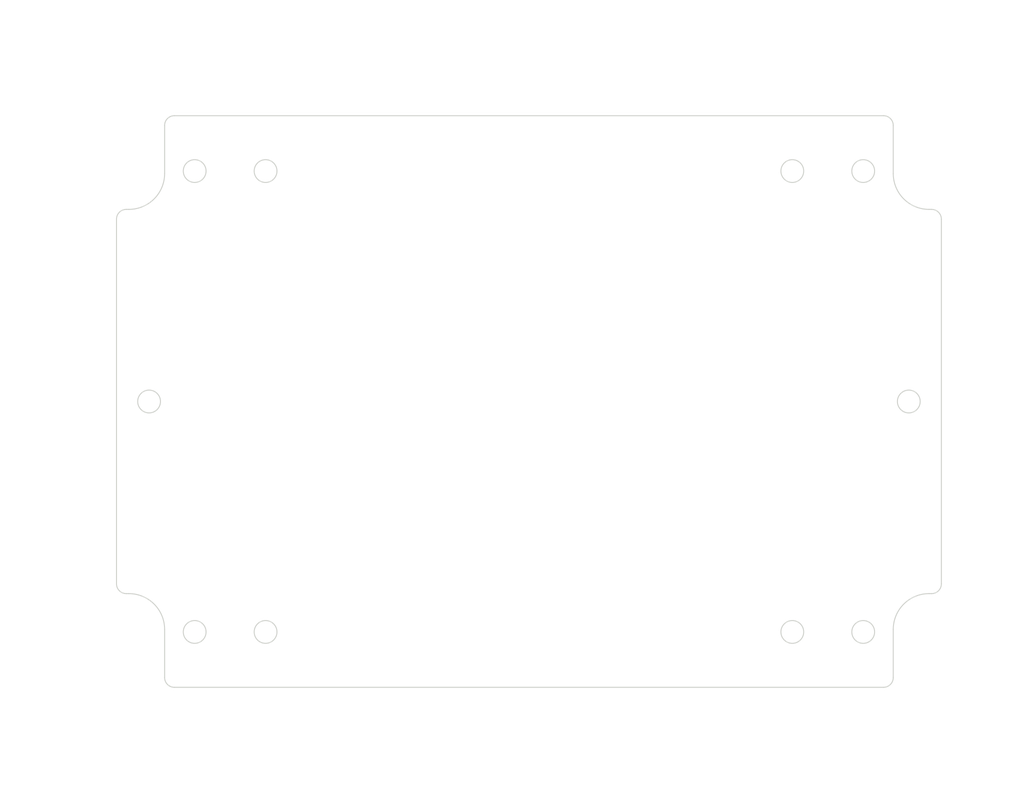
<source format=kicad_pcb>
(kicad_pcb (version 20171130) (host pcbnew "(5.1.0)-1")

  (general
    (thickness 1.6)
    (drawings 102)
    (tracks 0)
    (zones 0)
    (modules 0)
    (nets 1)
  )

  (page A3)
  (layers
    (0 F.Cu signal)
    (31 B.Cu signal)
    (32 B.Adhes user)
    (33 F.Adhes user)
    (34 B.Paste user)
    (35 F.Paste user)
    (36 B.SilkS user)
    (37 F.SilkS user)
    (38 B.Mask user)
    (39 F.Mask user)
    (40 Dwgs.User user)
    (41 Cmts.User user)
    (42 Eco1.User user)
    (43 Eco2.User user)
    (44 Edge.Cuts user)
    (45 Margin user)
    (46 B.CrtYd user)
    (47 F.CrtYd user)
    (48 B.Fab user)
    (49 F.Fab user)
  )

  (setup
    (last_trace_width 0.25)
    (trace_clearance 0.2)
    (zone_clearance 0.508)
    (zone_45_only no)
    (trace_min 0.2)
    (via_size 0.8)
    (via_drill 0.4)
    (via_min_size 0.4)
    (via_min_drill 0.3)
    (uvia_size 0.3)
    (uvia_drill 0.1)
    (uvias_allowed no)
    (uvia_min_size 0.2)
    (uvia_min_drill 0.1)
    (edge_width 0.05)
    (segment_width 0.2)
    (pcb_text_width 0.3)
    (pcb_text_size 1.5 1.5)
    (mod_edge_width 0.12)
    (mod_text_size 1 1)
    (mod_text_width 0.15)
    (pad_size 1.524 1.524)
    (pad_drill 0.762)
    (pad_to_mask_clearance 0.051)
    (solder_mask_min_width 0.25)
    (aux_axis_origin 0 0)
    (visible_elements FFFFFF7F)
    (pcbplotparams
      (layerselection 0x010fc_ffffffff)
      (usegerberextensions false)
      (usegerberattributes false)
      (usegerberadvancedattributes false)
      (creategerberjobfile false)
      (excludeedgelayer true)
      (linewidth 0.152400)
      (plotframeref false)
      (viasonmask false)
      (mode 1)
      (useauxorigin false)
      (hpglpennumber 1)
      (hpglpenspeed 20)
      (hpglpendiameter 15.000000)
      (psnegative false)
      (psa4output false)
      (plotreference true)
      (plotvalue true)
      (plotinvisibletext false)
      (padsonsilk false)
      (subtractmaskfromsilk false)
      (outputformat 1)
      (mirror false)
      (drillshape 1)
      (scaleselection 1)
      (outputdirectory ""))
  )

  (net 0 "")

  (net_class Default "This is the default net class."
    (clearance 0.2)
    (trace_width 0.25)
    (via_dia 0.8)
    (via_drill 0.4)
    (uvia_dia 0.3)
    (uvia_drill 0.1)
  )

  (gr_line (start 129.836727 85.063093) (end 269.836727 85.063093) (layer Edge.Cuts) (width 0.2))
  (gr_arc (start 269.836727 86.995803) (end 271.769437 86.995803) (angle -90) (layer Edge.Cuts) (width 0.2))
  (gr_line (start 271.769437 86.995803) (end 271.769437 96.495803) (layer Edge.Cuts) (width 0.2))
  (gr_arc (start 278.836727 96.495803) (end 271.769437 96.495803) (angle -90) (layer Edge.Cuts) (width 0.2))
  (gr_line (start 278.836727 103.563093) (end 279.336727 103.563093) (layer Edge.Cuts) (width 0.2))
  (gr_arc (start 279.336727 105.495803) (end 281.269437 105.495803) (angle -90) (layer Edge.Cuts) (width 0.2))
  (gr_line (start 281.269437 105.495803) (end 281.269437 177.495803) (layer Edge.Cuts) (width 0.2))
  (gr_arc (start 279.336727 177.495803) (end 279.336727 179.428514) (angle -90) (layer Edge.Cuts) (width 0.2))
  (gr_line (start 279.336727 179.428514) (end 278.836727 179.428514) (layer Edge.Cuts) (width 0.2))
  (gr_arc (start 278.836727 186.495803) (end 278.836727 179.428514) (angle -90) (layer Edge.Cuts) (width 0.2))
  (gr_line (start 271.769437 186.495803) (end 271.769437 195.995803) (layer Edge.Cuts) (width 0.2))
  (gr_arc (start 269.836727 195.995803) (end 269.836727 197.928514) (angle -90) (layer Edge.Cuts) (width 0.2))
  (gr_line (start 269.836727 197.928514) (end 129.836727 197.928514) (layer Edge.Cuts) (width 0.2))
  (gr_arc (start 129.836727 195.995803) (end 127.904016 195.995803) (angle -90) (layer Edge.Cuts) (width 0.2))
  (gr_line (start 127.904016 195.995803) (end 127.904016 186.495803) (layer Edge.Cuts) (width 0.2))
  (gr_arc (start 120.836727 186.495803) (end 127.904016 186.495803) (angle -90) (layer Edge.Cuts) (width 0.2))
  (gr_line (start 120.836727 179.428514) (end 120.336727 179.428514) (layer Edge.Cuts) (width 0.2))
  (gr_arc (start 120.336727 177.495803) (end 118.404016 177.495803) (angle -90) (layer Edge.Cuts) (width 0.2))
  (gr_line (start 118.404016 177.495803) (end 118.404016 105.495803) (layer Edge.Cuts) (width 0.2))
  (gr_arc (start 120.336727 105.495803) (end 120.336727 103.563093) (angle -90) (layer Edge.Cuts) (width 0.2))
  (gr_line (start 120.336727 103.563093) (end 120.836727 103.563093) (layer Edge.Cuts) (width 0.2))
  (gr_arc (start 120.836727 96.495803) (end 120.836727 103.563093) (angle -90) (layer Edge.Cuts) (width 0.2))
  (gr_line (start 127.904016 96.495803) (end 127.904016 86.995803) (layer Edge.Cuts) (width 0.2))
  (gr_arc (start 129.836727 86.995803) (end 129.836727 85.063093) (angle -90) (layer Edge.Cuts) (width 0.2))
  (gr_circle (center 274.836727 141.495803) (end 277.086727 141.495803) (layer Edge.Cuts) (width 0.2))
  (gr_circle (center 251.836727 186.995803) (end 254.086727 186.995803) (layer Edge.Cuts) (width 0.2))
  (gr_circle (center 147.836727 186.995803) (end 150.086727 186.995803) (layer Edge.Cuts) (width 0.2))
  (gr_circle (center 133.836727 186.995803) (end 136.086727 186.995803) (layer Edge.Cuts) (width 0.2))
  (gr_circle (center 124.836727 141.495803) (end 127.086727 141.495803) (layer Edge.Cuts) (width 0.2))
  (gr_circle (center 133.836727 95.995803) (end 136.086727 95.995803) (layer Edge.Cuts) (width 0.2))
  (gr_circle (center 147.836727 95.995803) (end 150.086727 95.995803) (layer Edge.Cuts) (width 0.2))
  (gr_circle (center 251.836727 95.995803) (end 254.086727 95.995803) (layer Edge.Cuts) (width 0.2))
  (gr_circle (center 265.836727 95.995803) (end 268.086727 95.995803) (layer Edge.Cuts) (width 0.2))
  (gr_circle (center 265.836727 186.995803) (end 268.086727 186.995803) (layer Edge.Cuts) (width 0.2))
  (gr_text [5.82] (at 193.992914 216.015339) (layer Dwgs.User)
    (effects (font (size 1.7 1.53) (thickness 0.2125)))
  )
  (gr_text " 147.75" (at 193.992914 212.457903) (layer Dwgs.User)
    (effects (font (size 1.7 1.53) (thickness 0.2125)))
  )
  (gr_line (start 272.836727 214.125877) (end 198.707205 214.125877) (layer Dwgs.User) (width 0.2))
  (gr_line (start 129.086727 214.125877) (end 189.278623 214.125877) (layer Dwgs.User) (width 0.2))
  (gr_line (start 274.836727 142.495803) (end 274.836727 217.300877) (layer Dwgs.User) (width 0.2))
  (gr_line (start 127.086727 142.495803) (end 127.086727 217.300877) (layer Dwgs.User) (width 0.2))
  (gr_text [4.09] (at 193.506259 204.885264) (layer Dwgs.User)
    (effects (font (size 1.7 1.53) (thickness 0.2125)))
  )
  (gr_text " 104.00" (at 193.506259 201.327829) (layer Dwgs.User)
    (effects (font (size 1.7 1.53) (thickness 0.2125)))
  )
  (gr_line (start 149.836727 202.995803) (end 188.801245 202.995803) (layer Dwgs.User) (width 0.2))
  (gr_line (start 249.836727 202.995803) (end 198.211272 202.995803) (layer Dwgs.User) (width 0.2))
  (gr_line (start 147.836727 187.995803) (end 147.836727 206.170803) (layer Dwgs.User) (width 0.2))
  (gr_line (start 251.836727 187.995803) (end 251.836727 206.170803) (layer Dwgs.User) (width 0.2))
  (gr_line (start 265.836727 187.085803) (end 265.836727 186.905803) (layer Dwgs.User) (width 0.2))
  (gr_line (start 265.746727 186.995803) (end 265.926727 186.995803) (layer Dwgs.User) (width 0.2))
  (gr_text " ∅4.50\n[∅0.18]" (at 281.497784 202.213756) (layer Dwgs.User)
    (effects (font (size 1.7 1.53) (thickness 0.2125)))
  )
  (gr_line (start 274.960915 202.213756) (end 268.022174 190.640844) (layer Dwgs.User) (width 0.2))
  (gr_line (start 276.960915 202.213756) (end 274.960915 202.213756) (layer Dwgs.User) (width 0.2))
  (gr_text [.43] (at 110.208747 205.34207) (layer Dwgs.User)
    (effects (font (size 1.7 1.53) (thickness 0.2125)))
  )
  (gr_text " 10.93" (at 110.208747 201.784055) (layer Dwgs.User)
    (effects (font (size 1.7 1.53) (thickness 0.2125)))
  )
  (gr_line (start 116.256257 203.452609) (end 114.256257 203.452609) (layer Dwgs.User) (width 0.2))
  (gr_line (start 116.256257 197.928514) (end 116.256257 203.452609) (layer Dwgs.User) (width 0.2))
  (gr_line (start 116.256257 188.995803) (end 116.256257 195.928514) (layer Dwgs.User) (width 0.2))
  (gr_line (start 128.836727 197.928514) (end 113.081257 197.928514) (layer Dwgs.User) (width 0.2))
  (gr_line (start 132.836727 186.995803) (end 113.081257 186.995803) (layer Dwgs.User) (width 0.2))
  (gr_text " ∅14.13\n[∅0.56]" (at 292.501272 196.935034) (layer Dwgs.User)
    (effects (font (size 1.7 1.53) (thickness 0.2125)))
  )
  (gr_line (start 285.378249 196.935034) (end 276.146041 182.201897) (layer Dwgs.User) (width 0.2))
  (gr_line (start 287.530126 196.935034) (end 285.378249 196.935034) (layer Dwgs.User) (width 0.2))
  (gr_text [5.20] (at 204.787847 210.885264) (layer Dwgs.User)
    (effects (font (size 1.7 1.53) (thickness 0.2125)))
  )
  (gr_text " 132.00" (at 204.787847 207.327249) (layer Dwgs.User)
    (effects (font (size 1.7 1.53) (thickness 0.2125)))
  )
  (gr_line (start 263.836727 208.995803) (end 209.49286 208.995803) (layer Dwgs.User) (width 0.2))
  (gr_line (start 135.836727 208.995803) (end 200.082833 208.995803) (layer Dwgs.User) (width 0.2))
  (gr_line (start 265.836727 187.995803) (end 265.836727 212.170803) (layer Dwgs.User) (width 0.2))
  (gr_line (start 133.836727 187.995803) (end 133.836727 212.170803) (layer Dwgs.User) (width 0.2))
  (gr_text [3.58] (at 289.49112 143.385264) (layer Dwgs.User)
    (effects (font (size 1.7 1.53) (thickness 0.2125)))
  )
  (gr_text " 91.00" (at 289.49112 139.827829) (layer Dwgs.User)
    (effects (font (size 1.7 1.53) (thickness 0.2125)))
  )
  (gr_line (start 289.49112 184.995803) (end 289.49112 145.053239) (layer Dwgs.User) (width 0.2))
  (gr_line (start 289.49112 97.995803) (end 289.49112 137.938368) (layer Dwgs.User) (width 0.2))
  (gr_line (start 266.836727 186.995803) (end 292.66612 186.995803) (layer Dwgs.User) (width 0.2))
  (gr_line (start 266.836727 95.995803) (end 292.66612 95.995803) (layer Dwgs.User) (width 0.2))
  (gr_text [2.99] (at 110.336727 143.385264) (layer Dwgs.User)
    (effects (font (size 1.7 1.53) (thickness 0.2125)))
  )
  (gr_text " 75.87" (at 110.336727 139.827829) (layer Dwgs.User)
    (effects (font (size 1.7 1.53) (thickness 0.2125)))
  )
  (gr_line (start 110.336727 177.428514) (end 110.336727 145.053239) (layer Dwgs.User) (width 0.2))
  (gr_line (start 110.336727 105.563093) (end 110.336727 137.938368) (layer Dwgs.User) (width 0.2))
  (gr_line (start 119.336727 179.428514) (end 107.161727 179.428514) (layer Dwgs.User) (width 0.2))
  (gr_line (start 119.336727 103.563093) (end 107.161727 103.563093) (layer Dwgs.User) (width 0.2))
  (gr_text [4.44] (at 100.155426 134.267944) (layer Dwgs.User)
    (effects (font (size 1.7 1.53) (thickness 0.2125)))
  )
  (gr_text " 112.87" (at 100.155426 130.713987) (layer Dwgs.User)
    (effects (font (size 1.7 1.53) (thickness 0.2125)))
  )
  (gr_line (start 100.155426 195.928514) (end 100.155426 135.935918) (layer Dwgs.User) (width 0.2))
  (gr_line (start 100.155426 87.063093) (end 100.155426 128.828005) (layer Dwgs.User) (width 0.2))
  (gr_line (start 128.836727 197.928514) (end 96.980426 197.928514) (layer Dwgs.User) (width 0.2))
  (gr_line (start 128.836727 85.063093) (end 96.980426 85.063093) (layer Dwgs.User) (width 0.2))
  (gr_text [5.66] (at 199.836727 78.885264) (layer Dwgs.User)
    (effects (font (size 1.7 1.53) (thickness 0.2125)))
  )
  (gr_text " 143.87" (at 199.836727 75.327249) (layer Dwgs.User)
    (effects (font (size 1.7 1.53) (thickness 0.2125)))
  )
  (gr_line (start 269.769437 76.995803) (end 204.544639 76.995803) (layer Dwgs.User) (width 0.2))
  (gr_line (start 129.904016 76.995803) (end 195.128814 76.995803) (layer Dwgs.User) (width 0.2))
  (gr_line (start 271.769437 85.995803) (end 271.769437 73.820803) (layer Dwgs.User) (width 0.2))
  (gr_line (start 127.904016 85.995803) (end 127.904016 73.820803) (layer Dwgs.User) (width 0.2))
  (gr_text [.37] (at 112.538582 98.434468) (layer Dwgs.User)
    (effects (font (size 1.7 1.53) (thickness 0.2125)))
  )
  (gr_text " 9.50" (at 112.538582 94.877033) (layer Dwgs.User)
    (effects (font (size 1.7 1.53) (thickness 0.2125)))
  )
  (gr_line (start 118.404016 96.545007) (end 115.92279 96.545007) (layer Dwgs.User) (width 0.2))
  (gr_line (start 125.904016 96.545007) (end 120.404016 96.545007) (layer Dwgs.User) (width 0.2))
  (gr_line (start 118.404016 104.495803) (end 118.404016 93.370007) (layer Dwgs.User) (width 0.2))
  (gr_text [6.41] (at 199.836727 67.385264) (layer Dwgs.User)
    (effects (font (size 1.7 1.53) (thickness 0.2125)))
  )
  (gr_text " 162.87" (at 199.836727 63.827829) (layer Dwgs.User)
    (effects (font (size 1.7 1.53) (thickness 0.2125)))
  )
  (gr_line (start 279.269437 65.495803) (end 204.544639 65.495803) (layer Dwgs.User) (width 0.2))
  (gr_line (start 120.404016 65.495803) (end 195.128814 65.495803) (layer Dwgs.User) (width 0.2))
  (gr_line (start 281.269437 104.495803) (end 281.269437 62.320803) (layer Dwgs.User) (width 0.2))
  (gr_line (start 118.404016 104.495803) (end 118.404016 62.320803) (layer Dwgs.User) (width 0.2))

)

</source>
